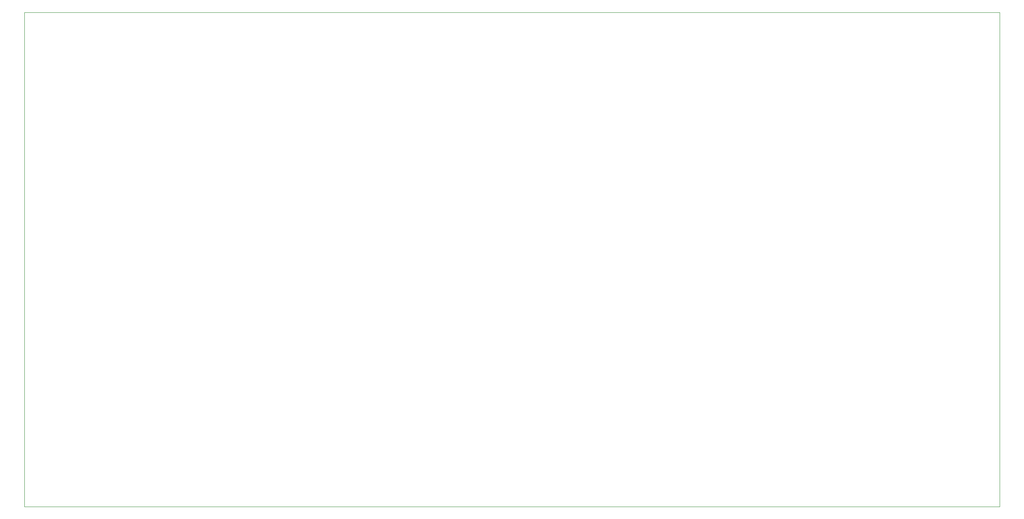
<source format=gbr>
%TF.GenerationSoftware,Altium Limited,Altium Designer,20.0.13 (296)*%
G04 Layer_Color=0*
%FSLAX45Y45*%
%MOMM*%
%TF.FileFunction,Profile,NP*%
%TF.Part,Single*%
G01*
G75*
%TA.AperFunction,Profile*%
%ADD111C,0.02540*%
D111*
X20000000Y0D02*
X0D01*
Y-10150000D01*
X20000000D01*
Y0D01*
%TF.MD5,19f572c35c6d116ca76724e7af4a0dee*%
M02*

</source>
